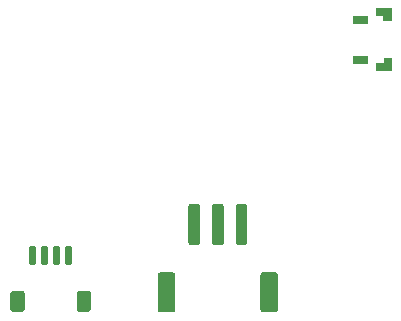
<source format=gbp>
G04 #@! TF.GenerationSoftware,KiCad,Pcbnew,5.1.5+dfsg1-2build2*
G04 #@! TF.CreationDate,2022-06-30T02:03:08-07:00*
G04 #@! TF.ProjectId,v3.0.1-Dev-Kit,76332e30-2e31-42d4-9465-762d4b69742e,rev?*
G04 #@! TF.SameCoordinates,Original*
G04 #@! TF.FileFunction,Paste,Bot*
G04 #@! TF.FilePolarity,Positive*
%FSLAX46Y46*%
G04 Gerber Fmt 4.6, Leading zero omitted, Abs format (unit mm)*
G04 Created by KiCad (PCBNEW 5.1.5+dfsg1-2build2) date 2022-06-30 02:03:08*
%MOMM*%
%LPD*%
G04 APERTURE LIST*
%ADD10C,0.100000*%
%ADD11C,0.150000*%
G04 APERTURE END LIST*
D10*
G36*
X20320000Y-6299200D02*
G01*
X20320000Y-6705600D01*
X19659600Y-6705600D01*
X19659600Y-7340600D01*
X20955000Y-7340600D01*
X20955000Y-6299200D01*
X20320000Y-6299200D01*
G37*
X20320000Y-6299200D02*
X20320000Y-6705600D01*
X19659600Y-6705600D01*
X19659600Y-7340600D01*
X20955000Y-7340600D01*
X20955000Y-6299200D01*
X20320000Y-6299200D01*
G36*
X19659600Y-2057400D02*
G01*
X19659600Y-2692400D01*
X20294600Y-2692400D01*
X20294600Y-3098800D01*
X20955000Y-3098800D01*
X20955000Y-2057400D01*
X19659600Y-2057400D01*
G37*
X19659600Y-2057400D02*
X19659600Y-2692400D01*
X20294600Y-2692400D01*
X20294600Y-3098800D01*
X20955000Y-3098800D01*
X20955000Y-2057400D01*
X19659600Y-2057400D01*
G36*
X17754600Y-6096000D02*
G01*
X17754600Y-6705600D01*
X18948400Y-6705600D01*
X18948400Y-6096000D01*
X17754600Y-6096000D01*
G37*
X17754600Y-6096000D02*
X17754600Y-6705600D01*
X18948400Y-6705600D01*
X18948400Y-6096000D01*
X17754600Y-6096000D01*
G36*
X17754600Y-2717800D02*
G01*
X17754600Y-3302000D01*
X18948400Y-3302000D01*
X18948400Y-2717800D01*
X17754600Y-2717800D01*
G37*
X17754600Y-2717800D02*
X17754600Y-3302000D01*
X18948400Y-3302000D01*
X18948400Y-2717800D01*
X17754600Y-2717800D01*
D11*
G36*
X2461004Y-24442204D02*
G01*
X2485273Y-24445804D01*
X2509071Y-24451765D01*
X2532171Y-24460030D01*
X2554349Y-24470520D01*
X2575393Y-24483133D01*
X2595098Y-24497747D01*
X2613277Y-24514223D01*
X2629753Y-24532402D01*
X2644367Y-24552107D01*
X2656980Y-24573151D01*
X2667470Y-24595329D01*
X2675735Y-24618429D01*
X2681696Y-24642227D01*
X2685296Y-24666496D01*
X2686500Y-24691000D01*
X2686500Y-27591000D01*
X2685296Y-27615504D01*
X2681696Y-27639773D01*
X2675735Y-27663571D01*
X2667470Y-27686671D01*
X2656980Y-27708849D01*
X2644367Y-27729893D01*
X2629753Y-27749598D01*
X2613277Y-27767777D01*
X2595098Y-27784253D01*
X2575393Y-27798867D01*
X2554349Y-27811480D01*
X2532171Y-27821970D01*
X2509071Y-27830235D01*
X2485273Y-27836196D01*
X2461004Y-27839796D01*
X2436500Y-27841000D01*
X1436500Y-27841000D01*
X1411996Y-27839796D01*
X1387727Y-27836196D01*
X1363929Y-27830235D01*
X1340829Y-27821970D01*
X1318651Y-27811480D01*
X1297607Y-27798867D01*
X1277902Y-27784253D01*
X1259723Y-27767777D01*
X1243247Y-27749598D01*
X1228633Y-27729893D01*
X1216020Y-27708849D01*
X1205530Y-27686671D01*
X1197265Y-27663571D01*
X1191304Y-27639773D01*
X1187704Y-27615504D01*
X1186500Y-27591000D01*
X1186500Y-24691000D01*
X1187704Y-24666496D01*
X1191304Y-24642227D01*
X1197265Y-24618429D01*
X1205530Y-24595329D01*
X1216020Y-24573151D01*
X1228633Y-24552107D01*
X1243247Y-24532402D01*
X1259723Y-24514223D01*
X1277902Y-24497747D01*
X1297607Y-24483133D01*
X1318651Y-24470520D01*
X1340829Y-24460030D01*
X1363929Y-24451765D01*
X1387727Y-24445804D01*
X1411996Y-24442204D01*
X1436500Y-24441000D01*
X2436500Y-24441000D01*
X2461004Y-24442204D01*
G37*
G36*
X11161004Y-24442204D02*
G01*
X11185273Y-24445804D01*
X11209071Y-24451765D01*
X11232171Y-24460030D01*
X11254349Y-24470520D01*
X11275393Y-24483133D01*
X11295098Y-24497747D01*
X11313277Y-24514223D01*
X11329753Y-24532402D01*
X11344367Y-24552107D01*
X11356980Y-24573151D01*
X11367470Y-24595329D01*
X11375735Y-24618429D01*
X11381696Y-24642227D01*
X11385296Y-24666496D01*
X11386500Y-24691000D01*
X11386500Y-27591000D01*
X11385296Y-27615504D01*
X11381696Y-27639773D01*
X11375735Y-27663571D01*
X11367470Y-27686671D01*
X11356980Y-27708849D01*
X11344367Y-27729893D01*
X11329753Y-27749598D01*
X11313277Y-27767777D01*
X11295098Y-27784253D01*
X11275393Y-27798867D01*
X11254349Y-27811480D01*
X11232171Y-27821970D01*
X11209071Y-27830235D01*
X11185273Y-27836196D01*
X11161004Y-27839796D01*
X11136500Y-27841000D01*
X10136500Y-27841000D01*
X10111996Y-27839796D01*
X10087727Y-27836196D01*
X10063929Y-27830235D01*
X10040829Y-27821970D01*
X10018651Y-27811480D01*
X9997607Y-27798867D01*
X9977902Y-27784253D01*
X9959723Y-27767777D01*
X9943247Y-27749598D01*
X9928633Y-27729893D01*
X9916020Y-27708849D01*
X9905530Y-27686671D01*
X9897265Y-27663571D01*
X9891304Y-27639773D01*
X9887704Y-27615504D01*
X9886500Y-27591000D01*
X9886500Y-24691000D01*
X9887704Y-24666496D01*
X9891304Y-24642227D01*
X9897265Y-24618429D01*
X9905530Y-24595329D01*
X9916020Y-24573151D01*
X9928633Y-24552107D01*
X9943247Y-24532402D01*
X9959723Y-24514223D01*
X9977902Y-24497747D01*
X9997607Y-24483133D01*
X10018651Y-24470520D01*
X10040829Y-24460030D01*
X10063929Y-24451765D01*
X10087727Y-24445804D01*
X10111996Y-24442204D01*
X10136500Y-24441000D01*
X11136500Y-24441000D01*
X11161004Y-24442204D01*
G37*
G36*
X4561004Y-18642204D02*
G01*
X4585273Y-18645804D01*
X4609071Y-18651765D01*
X4632171Y-18660030D01*
X4654349Y-18670520D01*
X4675393Y-18683133D01*
X4695098Y-18697747D01*
X4713277Y-18714223D01*
X4729753Y-18732402D01*
X4744367Y-18752107D01*
X4756980Y-18773151D01*
X4767470Y-18795329D01*
X4775735Y-18818429D01*
X4781696Y-18842227D01*
X4785296Y-18866496D01*
X4786500Y-18891000D01*
X4786500Y-21891000D01*
X4785296Y-21915504D01*
X4781696Y-21939773D01*
X4775735Y-21963571D01*
X4767470Y-21986671D01*
X4756980Y-22008849D01*
X4744367Y-22029893D01*
X4729753Y-22049598D01*
X4713277Y-22067777D01*
X4695098Y-22084253D01*
X4675393Y-22098867D01*
X4654349Y-22111480D01*
X4632171Y-22121970D01*
X4609071Y-22130235D01*
X4585273Y-22136196D01*
X4561004Y-22139796D01*
X4536500Y-22141000D01*
X4036500Y-22141000D01*
X4011996Y-22139796D01*
X3987727Y-22136196D01*
X3963929Y-22130235D01*
X3940829Y-22121970D01*
X3918651Y-22111480D01*
X3897607Y-22098867D01*
X3877902Y-22084253D01*
X3859723Y-22067777D01*
X3843247Y-22049598D01*
X3828633Y-22029893D01*
X3816020Y-22008849D01*
X3805530Y-21986671D01*
X3797265Y-21963571D01*
X3791304Y-21939773D01*
X3787704Y-21915504D01*
X3786500Y-21891000D01*
X3786500Y-18891000D01*
X3787704Y-18866496D01*
X3791304Y-18842227D01*
X3797265Y-18818429D01*
X3805530Y-18795329D01*
X3816020Y-18773151D01*
X3828633Y-18752107D01*
X3843247Y-18732402D01*
X3859723Y-18714223D01*
X3877902Y-18697747D01*
X3897607Y-18683133D01*
X3918651Y-18670520D01*
X3940829Y-18660030D01*
X3963929Y-18651765D01*
X3987727Y-18645804D01*
X4011996Y-18642204D01*
X4036500Y-18641000D01*
X4536500Y-18641000D01*
X4561004Y-18642204D01*
G37*
G36*
X6561004Y-18642204D02*
G01*
X6585273Y-18645804D01*
X6609071Y-18651765D01*
X6632171Y-18660030D01*
X6654349Y-18670520D01*
X6675393Y-18683133D01*
X6695098Y-18697747D01*
X6713277Y-18714223D01*
X6729753Y-18732402D01*
X6744367Y-18752107D01*
X6756980Y-18773151D01*
X6767470Y-18795329D01*
X6775735Y-18818429D01*
X6781696Y-18842227D01*
X6785296Y-18866496D01*
X6786500Y-18891000D01*
X6786500Y-21891000D01*
X6785296Y-21915504D01*
X6781696Y-21939773D01*
X6775735Y-21963571D01*
X6767470Y-21986671D01*
X6756980Y-22008849D01*
X6744367Y-22029893D01*
X6729753Y-22049598D01*
X6713277Y-22067777D01*
X6695098Y-22084253D01*
X6675393Y-22098867D01*
X6654349Y-22111480D01*
X6632171Y-22121970D01*
X6609071Y-22130235D01*
X6585273Y-22136196D01*
X6561004Y-22139796D01*
X6536500Y-22141000D01*
X6036500Y-22141000D01*
X6011996Y-22139796D01*
X5987727Y-22136196D01*
X5963929Y-22130235D01*
X5940829Y-22121970D01*
X5918651Y-22111480D01*
X5897607Y-22098867D01*
X5877902Y-22084253D01*
X5859723Y-22067777D01*
X5843247Y-22049598D01*
X5828633Y-22029893D01*
X5816020Y-22008849D01*
X5805530Y-21986671D01*
X5797265Y-21963571D01*
X5791304Y-21939773D01*
X5787704Y-21915504D01*
X5786500Y-21891000D01*
X5786500Y-18891000D01*
X5787704Y-18866496D01*
X5791304Y-18842227D01*
X5797265Y-18818429D01*
X5805530Y-18795329D01*
X5816020Y-18773151D01*
X5828633Y-18752107D01*
X5843247Y-18732402D01*
X5859723Y-18714223D01*
X5877902Y-18697747D01*
X5897607Y-18683133D01*
X5918651Y-18670520D01*
X5940829Y-18660030D01*
X5963929Y-18651765D01*
X5987727Y-18645804D01*
X6011996Y-18642204D01*
X6036500Y-18641000D01*
X6536500Y-18641000D01*
X6561004Y-18642204D01*
G37*
G36*
X8561004Y-18642204D02*
G01*
X8585273Y-18645804D01*
X8609071Y-18651765D01*
X8632171Y-18660030D01*
X8654349Y-18670520D01*
X8675393Y-18683133D01*
X8695098Y-18697747D01*
X8713277Y-18714223D01*
X8729753Y-18732402D01*
X8744367Y-18752107D01*
X8756980Y-18773151D01*
X8767470Y-18795329D01*
X8775735Y-18818429D01*
X8781696Y-18842227D01*
X8785296Y-18866496D01*
X8786500Y-18891000D01*
X8786500Y-21891000D01*
X8785296Y-21915504D01*
X8781696Y-21939773D01*
X8775735Y-21963571D01*
X8767470Y-21986671D01*
X8756980Y-22008849D01*
X8744367Y-22029893D01*
X8729753Y-22049598D01*
X8713277Y-22067777D01*
X8695098Y-22084253D01*
X8675393Y-22098867D01*
X8654349Y-22111480D01*
X8632171Y-22121970D01*
X8609071Y-22130235D01*
X8585273Y-22136196D01*
X8561004Y-22139796D01*
X8536500Y-22141000D01*
X8036500Y-22141000D01*
X8011996Y-22139796D01*
X7987727Y-22136196D01*
X7963929Y-22130235D01*
X7940829Y-22121970D01*
X7918651Y-22111480D01*
X7897607Y-22098867D01*
X7877902Y-22084253D01*
X7859723Y-22067777D01*
X7843247Y-22049598D01*
X7828633Y-22029893D01*
X7816020Y-22008849D01*
X7805530Y-21986671D01*
X7797265Y-21963571D01*
X7791304Y-21939773D01*
X7787704Y-21915504D01*
X7786500Y-21891000D01*
X7786500Y-18891000D01*
X7787704Y-18866496D01*
X7791304Y-18842227D01*
X7797265Y-18818429D01*
X7805530Y-18795329D01*
X7816020Y-18773151D01*
X7828633Y-18752107D01*
X7843247Y-18732402D01*
X7859723Y-18714223D01*
X7877902Y-18697747D01*
X7897607Y-18683133D01*
X7918651Y-18670520D01*
X7940829Y-18660030D01*
X7963929Y-18651765D01*
X7987727Y-18645804D01*
X8011996Y-18642204D01*
X8036500Y-18641000D01*
X8536500Y-18641000D01*
X8561004Y-18642204D01*
G37*
G36*
X-10299495Y-25995204D02*
G01*
X-10275227Y-25998804D01*
X-10251428Y-26004765D01*
X-10228329Y-26013030D01*
X-10206150Y-26023520D01*
X-10185107Y-26036132D01*
X-10165401Y-26050747D01*
X-10147223Y-26067223D01*
X-10130747Y-26085401D01*
X-10116132Y-26105107D01*
X-10103520Y-26126150D01*
X-10093030Y-26148329D01*
X-10084765Y-26171428D01*
X-10078804Y-26195227D01*
X-10075204Y-26219495D01*
X-10074000Y-26243999D01*
X-10074000Y-27544001D01*
X-10075204Y-27568505D01*
X-10078804Y-27592773D01*
X-10084765Y-27616572D01*
X-10093030Y-27639671D01*
X-10103520Y-27661850D01*
X-10116132Y-27682893D01*
X-10130747Y-27702599D01*
X-10147223Y-27720777D01*
X-10165401Y-27737253D01*
X-10185107Y-27751868D01*
X-10206150Y-27764480D01*
X-10228329Y-27774970D01*
X-10251428Y-27783235D01*
X-10275227Y-27789196D01*
X-10299495Y-27792796D01*
X-10323999Y-27794000D01*
X-11024001Y-27794000D01*
X-11048505Y-27792796D01*
X-11072773Y-27789196D01*
X-11096572Y-27783235D01*
X-11119671Y-27774970D01*
X-11141850Y-27764480D01*
X-11162893Y-27751868D01*
X-11182599Y-27737253D01*
X-11200777Y-27720777D01*
X-11217253Y-27702599D01*
X-11231868Y-27682893D01*
X-11244480Y-27661850D01*
X-11254970Y-27639671D01*
X-11263235Y-27616572D01*
X-11269196Y-27592773D01*
X-11272796Y-27568505D01*
X-11274000Y-27544001D01*
X-11274000Y-26243999D01*
X-11272796Y-26219495D01*
X-11269196Y-26195227D01*
X-11263235Y-26171428D01*
X-11254970Y-26148329D01*
X-11244480Y-26126150D01*
X-11231868Y-26105107D01*
X-11217253Y-26085401D01*
X-11200777Y-26067223D01*
X-11182599Y-26050747D01*
X-11162893Y-26036132D01*
X-11141850Y-26023520D01*
X-11119671Y-26013030D01*
X-11096572Y-26004765D01*
X-11072773Y-25998804D01*
X-11048505Y-25995204D01*
X-11024001Y-25994000D01*
X-10323999Y-25994000D01*
X-10299495Y-25995204D01*
G37*
G36*
X-4699495Y-25995204D02*
G01*
X-4675227Y-25998804D01*
X-4651428Y-26004765D01*
X-4628329Y-26013030D01*
X-4606150Y-26023520D01*
X-4585107Y-26036132D01*
X-4565401Y-26050747D01*
X-4547223Y-26067223D01*
X-4530747Y-26085401D01*
X-4516132Y-26105107D01*
X-4503520Y-26126150D01*
X-4493030Y-26148329D01*
X-4484765Y-26171428D01*
X-4478804Y-26195227D01*
X-4475204Y-26219495D01*
X-4474000Y-26243999D01*
X-4474000Y-27544001D01*
X-4475204Y-27568505D01*
X-4478804Y-27592773D01*
X-4484765Y-27616572D01*
X-4493030Y-27639671D01*
X-4503520Y-27661850D01*
X-4516132Y-27682893D01*
X-4530747Y-27702599D01*
X-4547223Y-27720777D01*
X-4565401Y-27737253D01*
X-4585107Y-27751868D01*
X-4606150Y-27764480D01*
X-4628329Y-27774970D01*
X-4651428Y-27783235D01*
X-4675227Y-27789196D01*
X-4699495Y-27792796D01*
X-4723999Y-27794000D01*
X-5424001Y-27794000D01*
X-5448505Y-27792796D01*
X-5472773Y-27789196D01*
X-5496572Y-27783235D01*
X-5519671Y-27774970D01*
X-5541850Y-27764480D01*
X-5562893Y-27751868D01*
X-5582599Y-27737253D01*
X-5600777Y-27720777D01*
X-5617253Y-27702599D01*
X-5631868Y-27682893D01*
X-5644480Y-27661850D01*
X-5654970Y-27639671D01*
X-5663235Y-27616572D01*
X-5669196Y-27592773D01*
X-5672796Y-27568505D01*
X-5674000Y-27544001D01*
X-5674000Y-26243999D01*
X-5672796Y-26219495D01*
X-5669196Y-26195227D01*
X-5663235Y-26171428D01*
X-5654970Y-26148329D01*
X-5644480Y-26126150D01*
X-5631868Y-26105107D01*
X-5617253Y-26085401D01*
X-5600777Y-26067223D01*
X-5582599Y-26050747D01*
X-5562893Y-26036132D01*
X-5541850Y-26023520D01*
X-5519671Y-26013030D01*
X-5496572Y-26004765D01*
X-5472773Y-25998804D01*
X-5448505Y-25995204D01*
X-5424001Y-25994000D01*
X-4723999Y-25994000D01*
X-4699495Y-25995204D01*
G37*
G36*
X-9209297Y-22244722D02*
G01*
X-9194736Y-22246882D01*
X-9180457Y-22250459D01*
X-9166597Y-22255418D01*
X-9153290Y-22261712D01*
X-9140664Y-22269280D01*
X-9128841Y-22278048D01*
X-9117934Y-22287934D01*
X-9108048Y-22298841D01*
X-9099280Y-22310664D01*
X-9091712Y-22323290D01*
X-9085418Y-22336597D01*
X-9080459Y-22350457D01*
X-9076882Y-22364736D01*
X-9074722Y-22379297D01*
X-9074000Y-22394000D01*
X-9074000Y-23644000D01*
X-9074722Y-23658703D01*
X-9076882Y-23673264D01*
X-9080459Y-23687543D01*
X-9085418Y-23701403D01*
X-9091712Y-23714710D01*
X-9099280Y-23727336D01*
X-9108048Y-23739159D01*
X-9117934Y-23750066D01*
X-9128841Y-23759952D01*
X-9140664Y-23768720D01*
X-9153290Y-23776288D01*
X-9166597Y-23782582D01*
X-9180457Y-23787541D01*
X-9194736Y-23791118D01*
X-9209297Y-23793278D01*
X-9224000Y-23794000D01*
X-9524000Y-23794000D01*
X-9538703Y-23793278D01*
X-9553264Y-23791118D01*
X-9567543Y-23787541D01*
X-9581403Y-23782582D01*
X-9594710Y-23776288D01*
X-9607336Y-23768720D01*
X-9619159Y-23759952D01*
X-9630066Y-23750066D01*
X-9639952Y-23739159D01*
X-9648720Y-23727336D01*
X-9656288Y-23714710D01*
X-9662582Y-23701403D01*
X-9667541Y-23687543D01*
X-9671118Y-23673264D01*
X-9673278Y-23658703D01*
X-9674000Y-23644000D01*
X-9674000Y-22394000D01*
X-9673278Y-22379297D01*
X-9671118Y-22364736D01*
X-9667541Y-22350457D01*
X-9662582Y-22336597D01*
X-9656288Y-22323290D01*
X-9648720Y-22310664D01*
X-9639952Y-22298841D01*
X-9630066Y-22287934D01*
X-9619159Y-22278048D01*
X-9607336Y-22269280D01*
X-9594710Y-22261712D01*
X-9581403Y-22255418D01*
X-9567543Y-22250459D01*
X-9553264Y-22246882D01*
X-9538703Y-22244722D01*
X-9524000Y-22244000D01*
X-9224000Y-22244000D01*
X-9209297Y-22244722D01*
G37*
G36*
X-8209297Y-22244722D02*
G01*
X-8194736Y-22246882D01*
X-8180457Y-22250459D01*
X-8166597Y-22255418D01*
X-8153290Y-22261712D01*
X-8140664Y-22269280D01*
X-8128841Y-22278048D01*
X-8117934Y-22287934D01*
X-8108048Y-22298841D01*
X-8099280Y-22310664D01*
X-8091712Y-22323290D01*
X-8085418Y-22336597D01*
X-8080459Y-22350457D01*
X-8076882Y-22364736D01*
X-8074722Y-22379297D01*
X-8074000Y-22394000D01*
X-8074000Y-23644000D01*
X-8074722Y-23658703D01*
X-8076882Y-23673264D01*
X-8080459Y-23687543D01*
X-8085418Y-23701403D01*
X-8091712Y-23714710D01*
X-8099280Y-23727336D01*
X-8108048Y-23739159D01*
X-8117934Y-23750066D01*
X-8128841Y-23759952D01*
X-8140664Y-23768720D01*
X-8153290Y-23776288D01*
X-8166597Y-23782582D01*
X-8180457Y-23787541D01*
X-8194736Y-23791118D01*
X-8209297Y-23793278D01*
X-8224000Y-23794000D01*
X-8524000Y-23794000D01*
X-8538703Y-23793278D01*
X-8553264Y-23791118D01*
X-8567543Y-23787541D01*
X-8581403Y-23782582D01*
X-8594710Y-23776288D01*
X-8607336Y-23768720D01*
X-8619159Y-23759952D01*
X-8630066Y-23750066D01*
X-8639952Y-23739159D01*
X-8648720Y-23727336D01*
X-8656288Y-23714710D01*
X-8662582Y-23701403D01*
X-8667541Y-23687543D01*
X-8671118Y-23673264D01*
X-8673278Y-23658703D01*
X-8674000Y-23644000D01*
X-8674000Y-22394000D01*
X-8673278Y-22379297D01*
X-8671118Y-22364736D01*
X-8667541Y-22350457D01*
X-8662582Y-22336597D01*
X-8656288Y-22323290D01*
X-8648720Y-22310664D01*
X-8639952Y-22298841D01*
X-8630066Y-22287934D01*
X-8619159Y-22278048D01*
X-8607336Y-22269280D01*
X-8594710Y-22261712D01*
X-8581403Y-22255418D01*
X-8567543Y-22250459D01*
X-8553264Y-22246882D01*
X-8538703Y-22244722D01*
X-8524000Y-22244000D01*
X-8224000Y-22244000D01*
X-8209297Y-22244722D01*
G37*
G36*
X-7209297Y-22244722D02*
G01*
X-7194736Y-22246882D01*
X-7180457Y-22250459D01*
X-7166597Y-22255418D01*
X-7153290Y-22261712D01*
X-7140664Y-22269280D01*
X-7128841Y-22278048D01*
X-7117934Y-22287934D01*
X-7108048Y-22298841D01*
X-7099280Y-22310664D01*
X-7091712Y-22323290D01*
X-7085418Y-22336597D01*
X-7080459Y-22350457D01*
X-7076882Y-22364736D01*
X-7074722Y-22379297D01*
X-7074000Y-22394000D01*
X-7074000Y-23644000D01*
X-7074722Y-23658703D01*
X-7076882Y-23673264D01*
X-7080459Y-23687543D01*
X-7085418Y-23701403D01*
X-7091712Y-23714710D01*
X-7099280Y-23727336D01*
X-7108048Y-23739159D01*
X-7117934Y-23750066D01*
X-7128841Y-23759952D01*
X-7140664Y-23768720D01*
X-7153290Y-23776288D01*
X-7166597Y-23782582D01*
X-7180457Y-23787541D01*
X-7194736Y-23791118D01*
X-7209297Y-23793278D01*
X-7224000Y-23794000D01*
X-7524000Y-23794000D01*
X-7538703Y-23793278D01*
X-7553264Y-23791118D01*
X-7567543Y-23787541D01*
X-7581403Y-23782582D01*
X-7594710Y-23776288D01*
X-7607336Y-23768720D01*
X-7619159Y-23759952D01*
X-7630066Y-23750066D01*
X-7639952Y-23739159D01*
X-7648720Y-23727336D01*
X-7656288Y-23714710D01*
X-7662582Y-23701403D01*
X-7667541Y-23687543D01*
X-7671118Y-23673264D01*
X-7673278Y-23658703D01*
X-7674000Y-23644000D01*
X-7674000Y-22394000D01*
X-7673278Y-22379297D01*
X-7671118Y-22364736D01*
X-7667541Y-22350457D01*
X-7662582Y-22336597D01*
X-7656288Y-22323290D01*
X-7648720Y-22310664D01*
X-7639952Y-22298841D01*
X-7630066Y-22287934D01*
X-7619159Y-22278048D01*
X-7607336Y-22269280D01*
X-7594710Y-22261712D01*
X-7581403Y-22255418D01*
X-7567543Y-22250459D01*
X-7553264Y-22246882D01*
X-7538703Y-22244722D01*
X-7524000Y-22244000D01*
X-7224000Y-22244000D01*
X-7209297Y-22244722D01*
G37*
G36*
X-6209297Y-22244722D02*
G01*
X-6194736Y-22246882D01*
X-6180457Y-22250459D01*
X-6166597Y-22255418D01*
X-6153290Y-22261712D01*
X-6140664Y-22269280D01*
X-6128841Y-22278048D01*
X-6117934Y-22287934D01*
X-6108048Y-22298841D01*
X-6099280Y-22310664D01*
X-6091712Y-22323290D01*
X-6085418Y-22336597D01*
X-6080459Y-22350457D01*
X-6076882Y-22364736D01*
X-6074722Y-22379297D01*
X-6074000Y-22394000D01*
X-6074000Y-23644000D01*
X-6074722Y-23658703D01*
X-6076882Y-23673264D01*
X-6080459Y-23687543D01*
X-6085418Y-23701403D01*
X-6091712Y-23714710D01*
X-6099280Y-23727336D01*
X-6108048Y-23739159D01*
X-6117934Y-23750066D01*
X-6128841Y-23759952D01*
X-6140664Y-23768720D01*
X-6153290Y-23776288D01*
X-6166597Y-23782582D01*
X-6180457Y-23787541D01*
X-6194736Y-23791118D01*
X-6209297Y-23793278D01*
X-6224000Y-23794000D01*
X-6524000Y-23794000D01*
X-6538703Y-23793278D01*
X-6553264Y-23791118D01*
X-6567543Y-23787541D01*
X-6581403Y-23782582D01*
X-6594710Y-23776288D01*
X-6607336Y-23768720D01*
X-6619159Y-23759952D01*
X-6630066Y-23750066D01*
X-6639952Y-23739159D01*
X-6648720Y-23727336D01*
X-6656288Y-23714710D01*
X-6662582Y-23701403D01*
X-6667541Y-23687543D01*
X-6671118Y-23673264D01*
X-6673278Y-23658703D01*
X-6674000Y-23644000D01*
X-6674000Y-22394000D01*
X-6673278Y-22379297D01*
X-6671118Y-22364736D01*
X-6667541Y-22350457D01*
X-6662582Y-22336597D01*
X-6656288Y-22323290D01*
X-6648720Y-22310664D01*
X-6639952Y-22298841D01*
X-6630066Y-22287934D01*
X-6619159Y-22278048D01*
X-6607336Y-22269280D01*
X-6594710Y-22261712D01*
X-6581403Y-22255418D01*
X-6567543Y-22250459D01*
X-6553264Y-22246882D01*
X-6538703Y-22244722D01*
X-6524000Y-22244000D01*
X-6224000Y-22244000D01*
X-6209297Y-22244722D01*
G37*
M02*

</source>
